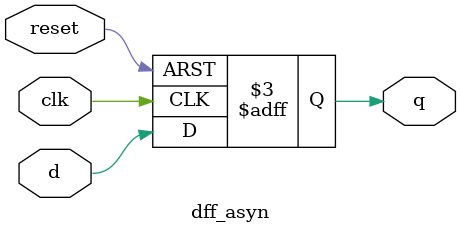
<source format=v>
`timescale 1ns / 1ps


module dff_asyn(
    input wire d,
    input wire clk,
    input wire reset,
    output reg q
    );
    always@(posedge clk or negedge reset)begin
        if(!reset)begin
            q<=0;
        end
        else begin
            q<=d;
        end
    end
endmodule

</source>
